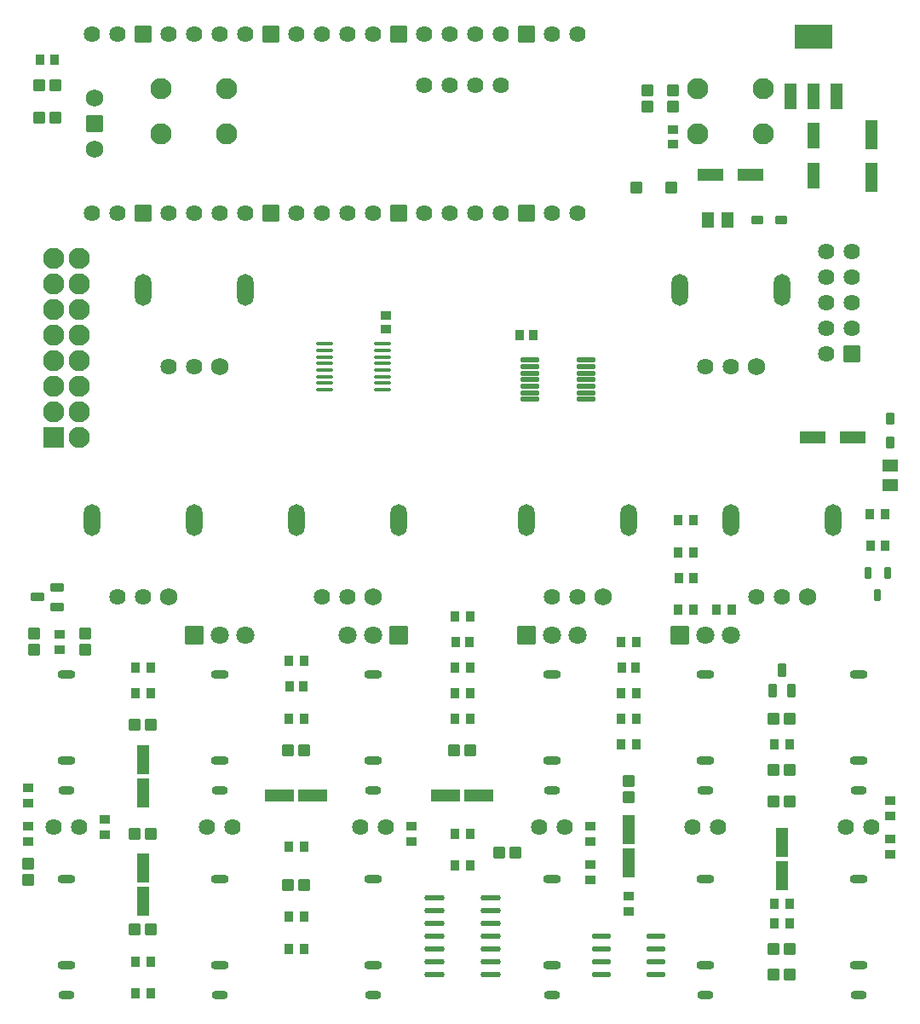
<source format=gts>
G04 Layer: TopSolderMaskLayer*
G04 EasyEDA v6.5.14, 2022-08-24 14:40:41*
G04 9da48f2711ed4ad3adc4a7d986b87d78,bf633cf64d8a430dba0ab8f24d4e683d,10*
G04 Gerber Generator version 0.2*
G04 Scale: 100 percent, Rotated: No, Reflected: No *
G04 Dimensions in millimeters *
G04 leading zeros omitted , absolute positions ,4 integer and 5 decimal *
%FSLAX45Y45*%
%MOMM*%

%AMMACRO1*1,1,$1,$2,$3*1,1,$1,$4,$5*1,1,$1,0-$2,0-$3*1,1,$1,0-$4,0-$5*20,1,$1,$2,$3,$4,$5,0*20,1,$1,$4,$5,0-$2,0-$3,0*20,1,$1,0-$2,0-$3,0-$4,0-$5,0*20,1,$1,0-$4,0-$5,$2,$3,0*4,1,4,$2,$3,$4,$5,0-$2,0-$3,0-$4,0-$5,$2,$3,0*%
%ADD10O,1.7999964X0.8999982*%
%ADD11O,1.5999968X0.8999982*%
%ADD12C,1.6256*%
%ADD13C,1.7272*%
%ADD14O,1.651X3.175*%
%ADD15C,2.1016*%
%ADD16MACRO1,0.1016X0.4X-0.45X-0.4X-0.45*%
%ADD17MACRO1,0.1016X-1X-1X-1X1*%
%ADD18MACRO1,0.1016X-0.5X0.375X0.5X0.375*%
%ADD19MACRO1,0.1016X-0.5663X0.6885X-0.5663X-0.6885*%
%ADD20MACRO1,0.1016X0.5663X0.6885X0.5663X-0.6885*%
%ADD21MACRO1,0.1016X-0.6885X-0.5663X0.6885X-0.5663*%
%ADD22MACRO1,0.1016X-0.6885X0.5663X0.6885X0.5663*%
%ADD23MACRO1,0.1016X-0.625X0.35X0.625X0.35*%
%ADD24MACRO1,0.1016X0.35X0.625X0.35X-0.625*%
%ADD25MACRO1,0.1016X0.4032X0.432X0.4032X-0.432*%
%ADD26MACRO1,0.1016X-0.4032X0.432X-0.4032X-0.432*%
%ADD27MACRO1,0.1016X-0.5X0.55X0.5X0.55*%
%ADD28MACRO1,0.1016X-0.432X0.4032X0.432X0.4032*%
%ADD29MACRO1,0.1016X-0.432X-0.4032X0.432X-0.4032*%
%ADD30MACRO1,0.1X-0.85X0.85X0.85X0.85*%
%ADD31C,1.8000*%
%ADD32O,2.0379944X0.5739892*%
%ADD33MACRO1,0.1016X0.55X1.4X0.55X-1.4*%
%ADD34MACRO1,0.1016X-1.4X0.55X1.4X0.55*%
%ADD35MACRO1,0.1016X-0.4X0.45X0.4X0.45*%
%ADD36MACRO1,0.1016X-0.45X-0.4X-0.45X0.4*%
%ADD37MACRO1,0.2032X-0.5X-1.2X-0.5X1.2*%
%ADD38MACRO1,0.1016X0.45X0.4X0.45X-0.4*%
%ADD39MACRO1,0.2032X1.2X-0.5X-1.2X-0.5*%
%ADD40MACRO1,0.2032X-1.2X0.5X1.2X0.5*%
%ADD41MACRO1,0.1016X-0.55X0.5X0.55X0.5*%
%ADD42MACRO1,0.1016X0.375X0.5X0.375X-0.5*%
%ADD43MACRO1,0.1016X0.55X0.5X0.55X-0.5*%
%ADD44MACRO1,0.1016X0.432X-0.4032X-0.432X-0.4032*%
%ADD45MACRO1,0.1016X0.432X0.4032X-0.432X0.4032*%
%ADD46MACRO1,0.1016X-0.55X-0.5X-0.55X0.5*%
%ADD47MACRO1,0.1016X-0.4032X-0.432X-0.4032X0.432*%
%ADD48MACRO1,0.1016X0.4032X-0.432X0.4032X0.432*%
%ADD49MACRO1,0.1016X0.5X-0.55X-0.5X-0.55*%
%ADD50O,1.950212X0.5684012*%
%ADD51O,1.7314926000000002X0.3430016*%
%ADD52MACRO1,0.1016X-0.762X-0.762X-0.762X0.762*%
%ADD53MACRO1,0.1016X0.55X1.25X0.55X-1.25*%
%ADD54MACRO1,0.1016X1.8X-1.17X-1.8X-1.17*%
%ADD55MACRO1,0.1016X0.266X0.5188X-0.266X0.5188*%
%ADD56MACRO1,0.1X0.85X-0.85X-0.85X-0.85*%
%ADD57MACRO1,0.1016X0.85X0.2X0.85X-0.2*%
%ADD58MACRO1,0.1016X0.762X0.762X0.762X-0.762*%
%ADD59C,0.0177*%

%LPD*%
D10*
G01*
X508000Y-8644001D03*
G01*
X508000Y-9493986D03*
D11*
G01*
X508000Y-9794011D03*
D10*
G01*
X2032000Y-8644001D03*
G01*
X2032000Y-9493986D03*
D11*
G01*
X2032000Y-9794011D03*
D10*
G01*
X3556000Y-8644001D03*
G01*
X3556000Y-9493986D03*
D11*
G01*
X3556000Y-9794011D03*
D10*
G01*
X5334000Y-8644001D03*
G01*
X5334000Y-9493986D03*
D11*
G01*
X5334000Y-9794011D03*
D12*
G01*
X635000Y-8128000D03*
G01*
X381000Y-8128000D03*
G01*
X2159000Y-8128000D03*
G01*
X1905000Y-8128000D03*
G01*
X3683000Y-8128000D03*
G01*
X3429000Y-8128000D03*
G01*
X5461000Y-8128000D03*
G01*
X5207000Y-8128000D03*
G01*
X6985000Y-8128000D03*
G01*
X6731000Y-8128000D03*
G01*
X8509000Y-8128000D03*
G01*
X8255000Y-8128000D03*
D13*
G01*
X1524000Y-5842000D03*
D12*
G01*
X1270000Y-5842000D03*
G01*
X1016000Y-5842000D03*
D14*
G01*
X762000Y-5080000D03*
G01*
X1778000Y-5080000D03*
D13*
G01*
X3556000Y-5842000D03*
D12*
G01*
X3302000Y-5842000D03*
G01*
X3048000Y-5842000D03*
D14*
G01*
X2794000Y-5080000D03*
G01*
X3810000Y-5080000D03*
D13*
G01*
X5842000Y-5842000D03*
D12*
G01*
X5588000Y-5842000D03*
G01*
X5334000Y-5842000D03*
D14*
G01*
X5080000Y-5080000D03*
G01*
X6096000Y-5080000D03*
D13*
G01*
X7874000Y-5842000D03*
D12*
G01*
X7620000Y-5842000D03*
G01*
X7366000Y-5842000D03*
D14*
G01*
X7112000Y-5080000D03*
G01*
X8128000Y-5080000D03*
D15*
G01*
X2102993Y-1240993D03*
G01*
X1453006Y-1240993D03*
G01*
X1453006Y-791006D03*
G01*
X2102993Y-791006D03*
G01*
X7436993Y-1240993D03*
G01*
X6787006Y-1240993D03*
G01*
X6787006Y-791006D03*
G01*
X7436993Y-791006D03*
D10*
G01*
X508000Y-6612001D03*
G01*
X508000Y-7461986D03*
D11*
G01*
X508000Y-7762011D03*
D10*
G01*
X8382000Y-6612001D03*
G01*
X8382000Y-7461986D03*
D11*
G01*
X8382000Y-7762011D03*
D10*
G01*
X2032000Y-6612001D03*
G01*
X2032000Y-7461986D03*
D11*
G01*
X2032000Y-7762011D03*
D10*
G01*
X3556000Y-6612001D03*
G01*
X3556000Y-7461986D03*
D11*
G01*
X3556000Y-7762011D03*
D10*
G01*
X5334000Y-6612001D03*
G01*
X5334000Y-7461986D03*
D11*
G01*
X5334000Y-7762011D03*
D10*
G01*
X6858000Y-6612001D03*
G01*
X6858000Y-7461986D03*
D11*
G01*
X6858000Y-7762011D03*
D10*
G01*
X8382000Y-8644001D03*
G01*
X8382000Y-9493986D03*
D11*
G01*
X8382000Y-9794011D03*
D10*
G01*
X6858000Y-8644001D03*
G01*
X6858000Y-9493986D03*
D11*
G01*
X6858000Y-9794011D03*
D13*
G01*
X2032000Y-3556000D03*
D12*
G01*
X1778000Y-3556000D03*
G01*
X1524000Y-3556000D03*
D14*
G01*
X1270000Y-2794000D03*
G01*
X2286000Y-2794000D03*
D13*
G01*
X7366000Y-3556000D03*
D12*
G01*
X7112000Y-3556000D03*
G01*
X6858000Y-3556000D03*
D14*
G01*
X6604000Y-2794000D03*
G01*
X7620000Y-2794000D03*
D12*
G01*
X4826000Y-762000D03*
G01*
X4572000Y-762000D03*
G01*
X4318000Y-762000D03*
G01*
X4064000Y-762000D03*
D16*
G01*
X2724000Y-6731000D03*
G01*
X2863999Y-6731000D03*
G01*
X6026000Y-6540500D03*
G01*
X6165999Y-6540500D03*
D15*
G01*
X635000Y-2476500D03*
G01*
X381000Y-2476500D03*
G01*
X635000Y-2730500D03*
G01*
X381000Y-2730500D03*
G01*
X635000Y-2984500D03*
G01*
X381000Y-2984500D03*
G01*
X635000Y-3238500D03*
G01*
X381000Y-3238500D03*
G01*
X635000Y-3492500D03*
G01*
X381000Y-3492500D03*
G01*
X635000Y-3746500D03*
G01*
X381000Y-3746500D03*
G01*
X635000Y-4000500D03*
G01*
X381000Y-4000500D03*
G01*
X635000Y-4254500D03*
D17*
G01*
X381000Y-4254500D03*
D18*
G01*
X7610255Y-2095500D03*
G01*
X7375749Y-2095500D03*
D19*
G01*
X7081626Y-2095503D03*
D20*
G01*
X6888373Y-2095503D03*
D21*
G01*
X8699503Y-4538873D03*
D22*
G01*
X8699503Y-4732126D03*
D23*
G01*
X417499Y-5936996D03*
G01*
X417499Y-5747005D03*
G01*
X217500Y-5842001D03*
D24*
G01*
X7525003Y-6767499D03*
G01*
X7714994Y-6767499D03*
G01*
X7619998Y-6567500D03*
D25*
G01*
X4369675Y-8191500D03*
D26*
G01*
X4520324Y-8191500D03*
D27*
G01*
X2874007Y-8699500D03*
G01*
X2714007Y-8699500D03*
D28*
G01*
X889000Y-8203324D03*
D29*
G01*
X889000Y-8052675D03*
D30*
G01*
X6604000Y-6223000D03*
D31*
G01*
X6858000Y-6223000D03*
G01*
X7112000Y-6223000D03*
D32*
G01*
X4168089Y-8826500D03*
G01*
X4168089Y-8953500D03*
G01*
X4168089Y-9080500D03*
G01*
X4168089Y-9207500D03*
G01*
X4168089Y-9334500D03*
G01*
X4168089Y-9461500D03*
G01*
X4168089Y-9588500D03*
G01*
X4721910Y-8826500D03*
G01*
X4721910Y-8953500D03*
G01*
X4721910Y-9080500D03*
G01*
X4721910Y-9207500D03*
G01*
X4721910Y-9334500D03*
G01*
X4721910Y-9461500D03*
G01*
X4721910Y-9588500D03*
D33*
G01*
X1270001Y-8533447D03*
G01*
X1270001Y-8865552D03*
G01*
X1270001Y-7453947D03*
G01*
X1270001Y-7786052D03*
D34*
G01*
X2627947Y-7810498D03*
G01*
X2960052Y-7810498D03*
G01*
X4278947Y-7810498D03*
G01*
X4611052Y-7810498D03*
D35*
G01*
X387499Y-508000D03*
G01*
X247500Y-508000D03*
D33*
G01*
X6096001Y-8152447D03*
G01*
X6096001Y-8484552D03*
G01*
X7620001Y-8279447D03*
G01*
X7620001Y-8611552D03*
D36*
G01*
X6540500Y-1200000D03*
G01*
X6540500Y-1339999D03*
D37*
G01*
X7937500Y-1260500D03*
G01*
X7937500Y-1660499D03*
D16*
G01*
X5010000Y-3238500D03*
G01*
X5149999Y-3238500D03*
D38*
G01*
X3683000Y-3181499D03*
G01*
X3683000Y-3041500D03*
D39*
G01*
X7928000Y-4254500D03*
G01*
X8327999Y-4254500D03*
D33*
G01*
X8509001Y-1250500D03*
G01*
X8509001Y-1670499D03*
D40*
G01*
X7311999Y-1651000D03*
G01*
X6912000Y-1651000D03*
D35*
G01*
X8642499Y-5334000D03*
G01*
X8502500Y-5334000D03*
D16*
G01*
X4375000Y-6286500D03*
G01*
X4514999Y-6286500D03*
G01*
X6597500Y-5651500D03*
G01*
X6737499Y-5651500D03*
D41*
G01*
X6523494Y-1778000D03*
G01*
X6176505Y-1778000D03*
D42*
G01*
X8699500Y-4308255D03*
G01*
X8699500Y-4073749D03*
D27*
G01*
X1350007Y-8191500D03*
G01*
X1190007Y-8191500D03*
G01*
X1350007Y-7112000D03*
G01*
X1190007Y-7112000D03*
D43*
G01*
X127000Y-8652507D03*
G01*
X127000Y-8492507D03*
D27*
G01*
X1350007Y-9144000D03*
G01*
X1190007Y-9144000D03*
D25*
G01*
X2718675Y-8318500D03*
D26*
G01*
X2869324Y-8318500D03*
D43*
G01*
X190500Y-6366507D03*
G01*
X190500Y-6206507D03*
D28*
G01*
X127000Y-8266824D03*
D29*
G01*
X127000Y-8116175D03*
D25*
G01*
X1194675Y-9461500D03*
D26*
G01*
X1345324Y-9461500D03*
D44*
G01*
X444500Y-6211175D03*
D45*
G01*
X444500Y-6361824D03*
D46*
G01*
X698500Y-6206492D03*
G01*
X698500Y-6366492D03*
D28*
G01*
X127000Y-7885824D03*
D29*
G01*
X127000Y-7735175D03*
D47*
G01*
X1345324Y-9779000D03*
D48*
G01*
X1194675Y-9779000D03*
D27*
G01*
X7700007Y-7556500D03*
G01*
X7540007Y-7556500D03*
G01*
X2874007Y-7366000D03*
G01*
X2714007Y-7366000D03*
D49*
G01*
X4364992Y-7366000D03*
G01*
X4524992Y-7366000D03*
D27*
G01*
X4969507Y-8382000D03*
G01*
X4809507Y-8382000D03*
D28*
G01*
X3937000Y-8266824D03*
D29*
G01*
X3937000Y-8116175D03*
D44*
G01*
X5715000Y-8116175D03*
D45*
G01*
X5715000Y-8266824D03*
D25*
G01*
X7544675Y-7302500D03*
D26*
G01*
X7695324Y-7302500D03*
D49*
G01*
X7539992Y-7048500D03*
G01*
X7699992Y-7048500D03*
D25*
G01*
X2718675Y-9017000D03*
D26*
G01*
X2869324Y-9017000D03*
D47*
G01*
X4520324Y-8509000D03*
D48*
G01*
X4369675Y-8509000D03*
D47*
G01*
X2869324Y-9334500D03*
D48*
G01*
X2718675Y-9334500D03*
D49*
G01*
X237492Y-1079500D03*
G01*
X397492Y-1079500D03*
D27*
G01*
X397507Y-762000D03*
G01*
X237507Y-762000D03*
D47*
G01*
X7695324Y-9080500D03*
D48*
G01*
X7544675Y-9080500D03*
D27*
G01*
X7700007Y-9334500D03*
G01*
X7540007Y-9334500D03*
D28*
G01*
X8699500Y-8012824D03*
D29*
G01*
X8699500Y-7862175D03*
D49*
G01*
X7539992Y-9588500D03*
G01*
X7699992Y-9588500D03*
D44*
G01*
X6096000Y-8814675D03*
D45*
G01*
X6096000Y-8965324D03*
D44*
G01*
X5715000Y-8497175D03*
D45*
G01*
X5715000Y-8647824D03*
D44*
G01*
X8699500Y-8243175D03*
D45*
G01*
X8699500Y-8393824D03*
D47*
G01*
X7695324Y-8890000D03*
D48*
G01*
X7544675Y-8890000D03*
D46*
G01*
X6286500Y-808992D03*
G01*
X6286500Y-968992D03*
D43*
G01*
X6540500Y-969007D03*
G01*
X6540500Y-809007D03*
G01*
X6096000Y-7827007D03*
G01*
X6096000Y-7667007D03*
D27*
G01*
X7700007Y-7874000D03*
G01*
X7540007Y-7874000D03*
D47*
G01*
X8647824Y-5016500D03*
D48*
G01*
X8497175Y-5016500D03*
D25*
G01*
X1194675Y-6540500D03*
D26*
G01*
X1345324Y-6540500D03*
D25*
G01*
X2718675Y-6477000D03*
D26*
G01*
X2869324Y-6477000D03*
D47*
G01*
X4520324Y-6032500D03*
D48*
G01*
X4369675Y-6032500D03*
D25*
G01*
X4369675Y-6540500D03*
D26*
G01*
X4520324Y-6540500D03*
D47*
G01*
X2869324Y-7048500D03*
D48*
G01*
X2718675Y-7048500D03*
D47*
G01*
X4520324Y-7048500D03*
D48*
G01*
X4369675Y-7048500D03*
D47*
G01*
X1345324Y-6794500D03*
D48*
G01*
X1194675Y-6794500D03*
D25*
G01*
X4369675Y-6794500D03*
D26*
G01*
X4520324Y-6794500D03*
D47*
G01*
X6171324Y-7302500D03*
D48*
G01*
X6020675Y-7302500D03*
D47*
G01*
X6171324Y-6286500D03*
D48*
G01*
X6020675Y-6286500D03*
D47*
G01*
X6742824Y-5080000D03*
D48*
G01*
X6592175Y-5080000D03*
D47*
G01*
X6742824Y-5397500D03*
D48*
G01*
X6592175Y-5397500D03*
D47*
G01*
X6171324Y-6794500D03*
D48*
G01*
X6020675Y-6794500D03*
D25*
G01*
X6973175Y-5969000D03*
D26*
G01*
X7123824Y-5969000D03*
D47*
G01*
X6171324Y-7048500D03*
D48*
G01*
X6020675Y-7048500D03*
D47*
G01*
X6742824Y-5969000D03*
D48*
G01*
X6592175Y-5969000D03*
D50*
G01*
X5825490Y-9207500D03*
G01*
X5825490Y-9334500D03*
G01*
X5825490Y-9461500D03*
G01*
X5825490Y-9588500D03*
G01*
X6366509Y-9207500D03*
G01*
X6366509Y-9334500D03*
G01*
X6366509Y-9461500D03*
G01*
X6366509Y-9588500D03*
D51*
G01*
X3078911Y-3328492D03*
G01*
X3078911Y-3393490D03*
G01*
X3078911Y-3458489D03*
G01*
X3078911Y-3523513D03*
G01*
X3078911Y-3588512D03*
G01*
X3078911Y-3653510D03*
G01*
X3078911Y-3718509D03*
G01*
X3078911Y-3783507D03*
G01*
X3652062Y-3328492D03*
G01*
X3652062Y-3393490D03*
G01*
X3652062Y-3458489D03*
G01*
X3652062Y-3523513D03*
G01*
X3652062Y-3588512D03*
G01*
X3652062Y-3653510D03*
G01*
X3652062Y-3718509D03*
G01*
X3652062Y-3783507D03*
D52*
G01*
X8318627Y-3428847D03*
D12*
G01*
X8064372Y-3429101D03*
G01*
X8318525Y-3174898D03*
G01*
X8064372Y-3175101D03*
G01*
X8318525Y-2920898D03*
G01*
X8064372Y-2921101D03*
G01*
X8318525Y-2666898D03*
G01*
X8064372Y-2667101D03*
G01*
X8318525Y-2412898D03*
G01*
X8064372Y-2413101D03*
D53*
G01*
X7707502Y-868493D03*
G01*
X7937500Y-868493D03*
G01*
X8167497Y-868493D03*
D54*
G01*
X7937500Y-274497D03*
D55*
G01*
X8667499Y-5604874D03*
G01*
X8477500Y-5604874D03*
G01*
X8572500Y-5825125D03*
D30*
G01*
X1778000Y-6223000D03*
D31*
G01*
X2032000Y-6223000D03*
G01*
X2286000Y-6223000D03*
D56*
G01*
X3810000Y-6223000D03*
D31*
G01*
X3556000Y-6223000D03*
G01*
X3302000Y-6223000D03*
D57*
G01*
X5117490Y-3488004D03*
G01*
X5117490Y-3553002D03*
G01*
X5117490Y-3618001D03*
G01*
X5117490Y-3683000D03*
G01*
X5117490Y-3747998D03*
G01*
X5117490Y-3812997D03*
G01*
X5117490Y-3877995D03*
G01*
X5677509Y-3877995D03*
G01*
X5677509Y-3812997D03*
G01*
X5677509Y-3747998D03*
G01*
X5677509Y-3683000D03*
G01*
X5677509Y-3618001D03*
G01*
X5677509Y-3553002D03*
G01*
X5677509Y-3488004D03*
D30*
G01*
X5080000Y-6223000D03*
D31*
G01*
X5334000Y-6223000D03*
G01*
X5588000Y-6223000D03*
D12*
G01*
X5588000Y-254000D03*
G01*
X5334000Y-254000D03*
D58*
G01*
X5080000Y-254000D03*
G01*
X1270000Y-254000D03*
D12*
G01*
X1016000Y-254000D03*
G01*
X762000Y-254000D03*
G01*
X762000Y-2032000D03*
G01*
X1016000Y-2032000D03*
D58*
G01*
X1270000Y-2032000D03*
D12*
G01*
X1524000Y-2032000D03*
G01*
X1778000Y-2032000D03*
G01*
X2032000Y-2032000D03*
G01*
X2286000Y-2032000D03*
D58*
G01*
X2540000Y-2032000D03*
D12*
G01*
X2794000Y-2032000D03*
G01*
X3048000Y-2032000D03*
G01*
X3302000Y-2032000D03*
G01*
X3556000Y-2032000D03*
D58*
G01*
X3810000Y-2032000D03*
D12*
G01*
X4064000Y-2032000D03*
G01*
X4318000Y-2032000D03*
G01*
X4572000Y-2032000D03*
G01*
X4826000Y-2032000D03*
D58*
G01*
X5080000Y-2032000D03*
D12*
G01*
X5334000Y-2032000D03*
G01*
X5588000Y-2032000D03*
D13*
G01*
X784987Y-889000D03*
D58*
G01*
X784999Y-1143000D03*
D13*
G01*
X784987Y-1397000D03*
D12*
G01*
X4826000Y-254000D03*
G01*
X4572000Y-254000D03*
G01*
X4318000Y-254000D03*
G01*
X4064000Y-254000D03*
D58*
G01*
X3810000Y-254000D03*
D12*
G01*
X3556000Y-254000D03*
G01*
X3302000Y-254000D03*
G01*
X3048000Y-254000D03*
G01*
X2794000Y-254000D03*
D58*
G01*
X2540000Y-254000D03*
D12*
G01*
X2286000Y-254000D03*
G01*
X2032000Y-254000D03*
G01*
X1778000Y-254000D03*
G01*
X1524000Y-254000D03*
M02*

</source>
